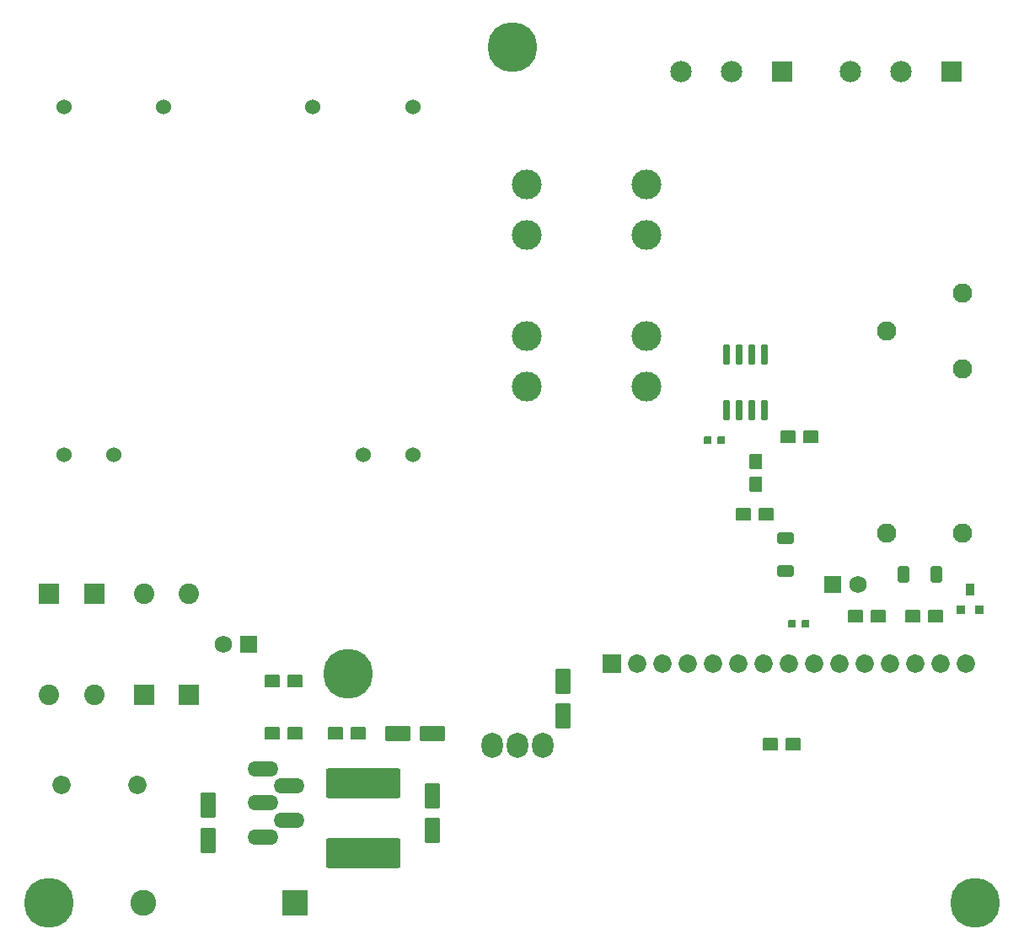
<source format=gbr>
%TF.GenerationSoftware,Altium Limited,Altium Designer,24.0.1 (36)*%
G04 Layer_Color=255*
%FSLAX45Y45*%
%MOMM*%
%TF.SameCoordinates,1548FFD4-C5F0-4C99-8D9D-CADF44B10A7D*%
%TF.FilePolarity,Positive*%
%TF.FileFunction,Pads,Top*%
%TF.Part,Single*%
G01*
G75*
%TA.AperFunction,SMDPad,CuDef*%
G04:AMPARAMS|DCode=10|XSize=1.524mm|YSize=1.27mm|CornerRadius=0.09525mm|HoleSize=0mm|Usage=FLASHONLY|Rotation=0.000|XOffset=0mm|YOffset=0mm|HoleType=Round|Shape=RoundedRectangle|*
%AMROUNDEDRECTD10*
21,1,1.52400,1.07950,0,0,0.0*
21,1,1.33350,1.27000,0,0,0.0*
1,1,0.19050,0.66675,-0.53975*
1,1,0.19050,-0.66675,-0.53975*
1,1,0.19050,-0.66675,0.53975*
1,1,0.19050,0.66675,0.53975*
%
%ADD10ROUNDEDRECTD10*%
G04:AMPARAMS|DCode=11|XSize=1.14mm|YSize=1.63mm|CornerRadius=0.1425mm|HoleSize=0mm|Usage=FLASHONLY|Rotation=0.000|XOffset=0mm|YOffset=0mm|HoleType=Round|Shape=RoundedRectangle|*
%AMROUNDEDRECTD11*
21,1,1.14000,1.34500,0,0,0.0*
21,1,0.85500,1.63000,0,0,0.0*
1,1,0.28500,0.42750,-0.67250*
1,1,0.28500,-0.42750,-0.67250*
1,1,0.28500,-0.42750,0.67250*
1,1,0.28500,0.42750,0.67250*
%
%ADD11ROUNDEDRECTD11*%
G04:AMPARAMS|DCode=12|XSize=0.762mm|YSize=0.762mm|CornerRadius=0.0381mm|HoleSize=0mm|Usage=FLASHONLY|Rotation=180.000|XOffset=0mm|YOffset=0mm|HoleType=Round|Shape=RoundedRectangle|*
%AMROUNDEDRECTD12*
21,1,0.76200,0.68580,0,0,180.0*
21,1,0.68580,0.76200,0,0,180.0*
1,1,0.07620,-0.34290,0.34290*
1,1,0.07620,0.34290,0.34290*
1,1,0.07620,0.34290,-0.34290*
1,1,0.07620,-0.34290,-0.34290*
%
%ADD12ROUNDEDRECTD12*%
G04:AMPARAMS|DCode=13|XSize=1.524mm|YSize=1.27mm|CornerRadius=0.09525mm|HoleSize=0mm|Usage=FLASHONLY|Rotation=90.000|XOffset=0mm|YOffset=0mm|HoleType=Round|Shape=RoundedRectangle|*
%AMROUNDEDRECTD13*
21,1,1.52400,1.07950,0,0,90.0*
21,1,1.33350,1.27000,0,0,90.0*
1,1,0.19050,0.53975,0.66675*
1,1,0.19050,0.53975,-0.66675*
1,1,0.19050,-0.53975,-0.66675*
1,1,0.19050,-0.53975,0.66675*
%
%ADD13ROUNDEDRECTD13*%
%ADD14R,0.91440X1.27000*%
%ADD15R,0.91440X0.91440*%
G04:AMPARAMS|DCode=16|XSize=7.5mm|YSize=3mm|CornerRadius=0.225mm|HoleSize=0mm|Usage=FLASHONLY|Rotation=180.000|XOffset=0mm|YOffset=0mm|HoleType=Round|Shape=RoundedRectangle|*
%AMROUNDEDRECTD16*
21,1,7.50000,2.55000,0,0,180.0*
21,1,7.05000,3.00000,0,0,180.0*
1,1,0.45000,-3.52500,1.27500*
1,1,0.45000,3.52500,1.27500*
1,1,0.45000,3.52500,-1.27500*
1,1,0.45000,-3.52500,-1.27500*
%
%ADD16ROUNDEDRECTD16*%
G04:AMPARAMS|DCode=17|XSize=1.14mm|YSize=1.63mm|CornerRadius=0.1425mm|HoleSize=0mm|Usage=FLASHONLY|Rotation=90.000|XOffset=0mm|YOffset=0mm|HoleType=Round|Shape=RoundedRectangle|*
%AMROUNDEDRECTD17*
21,1,1.14000,1.34500,0,0,90.0*
21,1,0.85500,1.63000,0,0,90.0*
1,1,0.28500,0.67250,0.42750*
1,1,0.28500,0.67250,-0.42750*
1,1,0.28500,-0.67250,-0.42750*
1,1,0.28500,-0.67250,0.42750*
%
%ADD17ROUNDEDRECTD17*%
G04:AMPARAMS|DCode=18|XSize=2.5mm|YSize=1.6mm|CornerRadius=0.12mm|HoleSize=0mm|Usage=FLASHONLY|Rotation=90.000|XOffset=0mm|YOffset=0mm|HoleType=Round|Shape=RoundedRectangle|*
%AMROUNDEDRECTD18*
21,1,2.50000,1.36000,0,0,90.0*
21,1,2.26000,1.60000,0,0,90.0*
1,1,0.24000,0.68000,1.13000*
1,1,0.24000,0.68000,-1.13000*
1,1,0.24000,-0.68000,-1.13000*
1,1,0.24000,-0.68000,1.13000*
%
%ADD18ROUNDEDRECTD18*%
G04:AMPARAMS|DCode=19|XSize=2.032mm|YSize=0.6096mm|CornerRadius=0.04572mm|HoleSize=0mm|Usage=FLASHONLY|Rotation=270.000|XOffset=0mm|YOffset=0mm|HoleType=Round|Shape=RoundedRectangle|*
%AMROUNDEDRECTD19*
21,1,2.03200,0.51816,0,0,270.0*
21,1,1.94056,0.60960,0,0,270.0*
1,1,0.09144,-0.25908,-0.97028*
1,1,0.09144,-0.25908,0.97028*
1,1,0.09144,0.25908,0.97028*
1,1,0.09144,0.25908,-0.97028*
%
%ADD19ROUNDEDRECTD19*%
G04:AMPARAMS|DCode=20|XSize=2.5mm|YSize=1.6mm|CornerRadius=0.12mm|HoleSize=0mm|Usage=FLASHONLY|Rotation=0.000|XOffset=0mm|YOffset=0mm|HoleType=Round|Shape=RoundedRectangle|*
%AMROUNDEDRECTD20*
21,1,2.50000,1.36000,0,0,0.0*
21,1,2.26000,1.60000,0,0,0.0*
1,1,0.24000,1.13000,-0.68000*
1,1,0.24000,-1.13000,-0.68000*
1,1,0.24000,-1.13000,0.68000*
1,1,0.24000,1.13000,0.68000*
%
%ADD20ROUNDEDRECTD20*%
%TA.AperFunction,ComponentPad*%
%ADD28C,1.75001*%
%ADD29R,1.75001X1.75001*%
%ADD30O,3.10000X1.55000*%
%ADD31C,5.00000*%
%ADD32C,1.85000*%
%ADD33R,1.85000X1.85000*%
%ADD34C,2.15000*%
%ADD35R,2.15000X2.15000*%
%ADD36C,3.00000*%
%ADD37C,1.52400*%
%ADD38C,1.95000*%
%ADD39O,2.15000X2.50000*%
%ADD40R,2.05000X2.05000*%
%ADD41C,2.05000*%
%ADD42C,1.85001*%
%ADD43C,2.60000*%
%ADD44R,2.60000X2.60000*%
D10*
X2814300Y2575000D02*
D03*
X2585700D02*
D03*
X9253600Y3225000D02*
D03*
X9025000D02*
D03*
X8000000Y5025000D02*
D03*
X7771400D02*
D03*
X7820000Y1940000D02*
D03*
X7591400D02*
D03*
X7550000Y4253465D02*
D03*
X7321400D02*
D03*
X3450000Y2050000D02*
D03*
X3221400D02*
D03*
X2819634Y2051065D02*
D03*
X2591034D02*
D03*
X8450000Y3225000D02*
D03*
X8678600D02*
D03*
D11*
X8935000Y3650000D02*
D03*
X9263000D02*
D03*
D12*
X7950000Y3150000D02*
D03*
X7810300D02*
D03*
X7104600Y4996866D02*
D03*
X6964900D02*
D03*
D13*
X7450000Y4550671D02*
D03*
Y4779271D02*
D03*
D14*
X9600000Y3500000D02*
D03*
D15*
X9693980Y3296800D02*
D03*
X9503480D02*
D03*
D16*
X3500000Y1550000D02*
D03*
Y850000D02*
D03*
D17*
X7750000Y3686000D02*
D03*
Y4014000D02*
D03*
D18*
X5510000Y2572285D02*
D03*
Y2222286D02*
D03*
X4200000Y1075000D02*
D03*
Y1425000D02*
D03*
X1950000Y1325000D02*
D03*
Y975000D02*
D03*
D19*
X7536400Y5860466D02*
D03*
X7409400D02*
D03*
X7282400D02*
D03*
X7155400D02*
D03*
Y5301666D02*
D03*
X7282400D02*
D03*
X7409400D02*
D03*
X7536400D02*
D03*
D20*
X4200000Y2050000D02*
D03*
X3850000D02*
D03*
D28*
X2098000Y2950000D02*
D03*
X8477000Y3550000D02*
D03*
D29*
X2352000Y2950000D02*
D03*
X8223000Y3550000D02*
D03*
D30*
X2500000Y1010000D02*
D03*
X2760000Y1180000D02*
D03*
X2500000Y1350000D02*
D03*
X2760000Y1520000D02*
D03*
X2500000Y1690000D02*
D03*
D31*
X9650000Y350000D02*
D03*
X3350000Y2650000D02*
D03*
X5000000Y8950000D02*
D03*
X350000Y350000D02*
D03*
D32*
X9556000Y2750000D02*
D03*
X9302000D02*
D03*
X7778000D02*
D03*
X7524000D02*
D03*
X7270000D02*
D03*
X7016000D02*
D03*
X6254000D02*
D03*
X6508000D02*
D03*
X6762000D02*
D03*
X8032000D02*
D03*
X8286000D02*
D03*
X8540000D02*
D03*
X8794000D02*
D03*
X9048000D02*
D03*
D33*
X6000000D02*
D03*
D34*
X8400000Y8700000D02*
D03*
X8908000D02*
D03*
X6692000D02*
D03*
X7200000D02*
D03*
D35*
X9416000D02*
D03*
X7708000D02*
D03*
D36*
X6350800Y5534300D02*
D03*
Y6042300D02*
D03*
Y7058300D02*
D03*
Y7566300D02*
D03*
X5150800Y5534300D02*
D03*
Y6042300D02*
D03*
Y7058300D02*
D03*
Y7566300D02*
D03*
D37*
X500000Y8350000D02*
D03*
X4000000D02*
D03*
X1500000D02*
D03*
X3000000D02*
D03*
X500000Y4850000D02*
D03*
X4000000D02*
D03*
X3500000D02*
D03*
X1000000D02*
D03*
D38*
X9525000Y6477000D02*
D03*
Y5715000D02*
D03*
X8763000Y6096000D02*
D03*
X9525000Y4064000D02*
D03*
X8763000D02*
D03*
D39*
X5304000Y1931666D02*
D03*
X5050000Y1931700D02*
D03*
X4796000D02*
D03*
D40*
X1300000Y2442000D02*
D03*
X800000Y3458000D02*
D03*
X350000D02*
D03*
X1750000Y2442000D02*
D03*
D41*
X1300000Y3458000D02*
D03*
X800000Y2442000D02*
D03*
X350000D02*
D03*
X1750000Y3458000D02*
D03*
D42*
X1231000Y1529215D02*
D03*
X469000D02*
D03*
D43*
X1297714Y350000D02*
D03*
D44*
X2821714D02*
D03*
%TF.MD5,d180e4e64c4e28f52b2b27b40a9692f1*%
M02*

</source>
